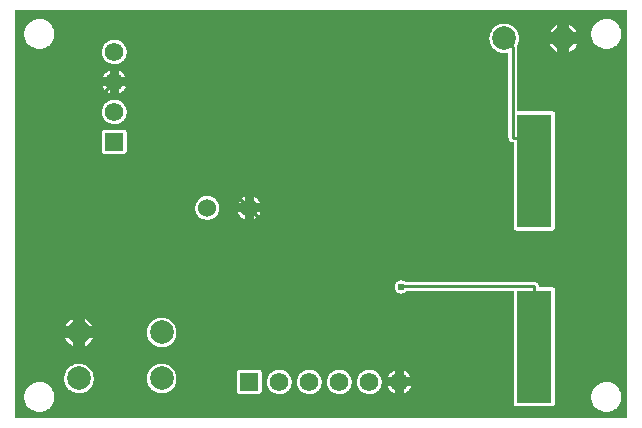
<source format=gbl>
G04 ---------------------------- Layer name :BOTTOM LAYER*
G04 EasyEDA v5.5.15, Tue, 03 Jul 2018 18:31:12 GMT*
G04 565f939dbb094c109ad1478ea9632299*
G04 Gerber Generator version 0.2*
G04 Scale: 100 percent, Rotated: No, Reflected: No *
G04 Dimensions in inches *
G04 leading zeros omitted , absolute positions ,2 integer and 4 decimal *
%FSLAX24Y24*%
%MOIN*%
G90*
G70D02*

%ADD10C,0.010000*%
%ADD12C,0.024000*%
%ADD17C,0.062000*%
%ADD18R,0.062000X0.062000*%
%ADD19C,0.078740*%
%ADD20R,0.118110X0.157480*%
%ADD21R,0.118110X0.236220*%
%ADD22C,0.060000*%

%LPD*%
G36*
G01X0Y0D02*
G01X0Y13600D01*
G01X20400Y13600D01*
G01X20400Y0D01*
G01X0Y0D01*
G37*

%LPC*%
G36*
G01X17816Y12846D02*
G01X18072Y12846D01*
G01X18072Y13102D01*
G01X18065Y13100D01*
G01X18022Y13077D01*
G01X17980Y13050D01*
G01X17942Y13020D01*
G01X17907Y12985D01*
G01X17875Y12948D01*
G01X17847Y12907D01*
G01X17824Y12864D01*
G01X17816Y12846D01*
G37*
G36*
G01X787Y200D02*
G01X837Y201D01*
G01X886Y207D01*
G01X935Y218D01*
G01X982Y234D01*
G01X1028Y255D01*
G01X1071Y279D01*
G01X1111Y309D01*
G01X1149Y342D01*
G01X1183Y378D01*
G01X1213Y418D01*
G01X1239Y460D01*
G01X1260Y505D01*
G01X1277Y552D01*
G01X1290Y600D01*
G01X1297Y650D01*
G01X1300Y700D01*
G01X1297Y749D01*
G01X1290Y799D01*
G01X1277Y847D01*
G01X1260Y894D01*
G01X1239Y939D01*
G01X1213Y981D01*
G01X1183Y1021D01*
G01X1149Y1057D01*
G01X1111Y1090D01*
G01X1071Y1120D01*
G01X1028Y1144D01*
G01X982Y1165D01*
G01X935Y1181D01*
G01X886Y1192D01*
G01X837Y1198D01*
G01X787Y1199D01*
G01X737Y1196D01*
G01X688Y1187D01*
G01X640Y1173D01*
G01X594Y1155D01*
G01X550Y1133D01*
G01X508Y1105D01*
G01X469Y1074D01*
G01X433Y1040D01*
G01X401Y1001D01*
G01X373Y960D01*
G01X349Y916D01*
G01X330Y871D01*
G01X315Y823D01*
G01X305Y774D01*
G01X300Y724D01*
G01X300Y675D01*
G01X305Y625D01*
G01X315Y576D01*
G01X330Y528D01*
G01X349Y483D01*
G01X373Y439D01*
G01X401Y398D01*
G01X433Y359D01*
G01X469Y325D01*
G01X508Y294D01*
G01X550Y266D01*
G01X594Y244D01*
G01X640Y226D01*
G01X688Y212D01*
G01X737Y203D01*
G01X787Y200D01*
G37*
G36*
G01X16710Y378D02*
G01X17890Y378D01*
G01X17895Y378D01*
G01X17899Y378D01*
G01X17903Y378D01*
G01X17907Y379D01*
G01X17911Y380D01*
G01X17915Y381D01*
G01X17919Y382D01*
G01X17923Y383D01*
G01X17927Y384D01*
G01X17931Y386D01*
G01X17934Y388D01*
G01X17938Y390D01*
G01X17942Y392D01*
G01X17945Y394D01*
G01X17949Y396D01*
G01X17952Y399D01*
G01X17955Y401D01*
G01X17958Y404D01*
G01X17961Y407D01*
G01X17964Y410D01*
G01X17967Y413D01*
G01X17969Y416D01*
G01X17972Y419D01*
G01X17974Y423D01*
G01X17976Y426D01*
G01X17978Y430D01*
G01X17980Y434D01*
G01X17982Y437D01*
G01X17984Y441D01*
G01X17985Y445D01*
G01X17986Y449D01*
G01X17987Y453D01*
G01X17988Y457D01*
G01X17989Y461D01*
G01X17990Y465D01*
G01X17990Y469D01*
G01X17990Y473D01*
G01X17990Y478D01*
G01X17990Y4257D01*
G01X17990Y4261D01*
G01X17990Y4265D01*
G01X17990Y4269D01*
G01X17989Y4273D01*
G01X17988Y4277D01*
G01X17987Y4281D01*
G01X17986Y4285D01*
G01X17985Y4289D01*
G01X17984Y4293D01*
G01X17982Y4297D01*
G01X17980Y4300D01*
G01X17978Y4304D01*
G01X17976Y4308D01*
G01X17974Y4311D01*
G01X17972Y4315D01*
G01X17969Y4318D01*
G01X17967Y4321D01*
G01X17964Y4324D01*
G01X17961Y4327D01*
G01X17958Y4330D01*
G01X17955Y4333D01*
G01X17952Y4335D01*
G01X17949Y4338D01*
G01X17945Y4340D01*
G01X17942Y4342D01*
G01X17938Y4344D01*
G01X17934Y4346D01*
G01X17931Y4348D01*
G01X17927Y4350D01*
G01X17923Y4351D01*
G01X17919Y4352D01*
G01X17915Y4353D01*
G01X17911Y4354D01*
G01X17907Y4355D01*
G01X17903Y4356D01*
G01X17899Y4356D01*
G01X17895Y4356D01*
G01X17890Y4357D01*
G01X17451Y4357D01*
G01X17451Y4378D01*
G01X17450Y4379D01*
G01X17450Y4381D01*
G01X17450Y4383D01*
G01X17450Y4385D01*
G01X17450Y4387D01*
G01X17450Y4389D01*
G01X17450Y4391D01*
G01X17450Y4392D01*
G01X17450Y4394D01*
G01X17449Y4396D01*
G01X17449Y4398D01*
G01X17449Y4400D01*
G01X17449Y4402D01*
G01X17448Y4404D01*
G01X17448Y4405D01*
G01X17448Y4407D01*
G01X17447Y4409D01*
G01X17447Y4411D01*
G01X17446Y4413D01*
G01X17446Y4415D01*
G01X17445Y4416D01*
G01X17445Y4418D01*
G01X17444Y4420D01*
G01X17444Y4422D01*
G01X17443Y4424D01*
G01X17443Y4425D01*
G01X17442Y4427D01*
G01X17441Y4429D01*
G01X17441Y4431D01*
G01X17440Y4432D01*
G01X17439Y4434D01*
G01X17439Y4436D01*
G01X17438Y4437D01*
G01X17437Y4439D01*
G01X17436Y4441D01*
G01X17436Y4443D01*
G01X17435Y4444D01*
G01X17434Y4446D01*
G01X17433Y4448D01*
G01X17432Y4449D01*
G01X17431Y4451D01*
G01X17430Y4453D01*
G01X17429Y4454D01*
G01X17428Y4456D01*
G01X17427Y4457D01*
G01X17427Y4459D01*
G01X17426Y4460D01*
G01X17424Y4462D01*
G01X17423Y4464D01*
G01X17422Y4465D01*
G01X17421Y4466D01*
G01X17420Y4468D01*
G01X17419Y4470D01*
G01X17418Y4471D01*
G01X17417Y4472D01*
G01X17415Y4474D01*
G01X17414Y4475D01*
G01X17413Y4477D01*
G01X17412Y4478D01*
G01X17410Y4480D01*
G01X17409Y4481D01*
G01X17408Y4482D01*
G01X17407Y4484D01*
G01X17405Y4485D01*
G01X17404Y4486D01*
G01X17403Y4487D01*
G01X17401Y4489D01*
G01X17400Y4490D01*
G01X17398Y4491D01*
G01X17397Y4492D01*
G01X17395Y4494D01*
G01X17394Y4495D01*
G01X17393Y4496D01*
G01X17391Y4497D01*
G01X17389Y4498D01*
G01X17388Y4499D01*
G01X17387Y4500D01*
G01X17385Y4501D01*
G01X17383Y4503D01*
G01X17382Y4503D01*
G01X17380Y4504D01*
G01X17379Y4505D01*
G01X17377Y4506D01*
G01X17376Y4507D01*
G01X17374Y4508D01*
G01X17372Y4509D01*
G01X17370Y4510D01*
G01X17369Y4511D01*
G01X17367Y4512D01*
G01X17366Y4513D01*
G01X17364Y4513D01*
G01X17362Y4514D01*
G01X17360Y4515D01*
G01X17359Y4516D01*
G01X17357Y4516D01*
G01X17355Y4517D01*
G01X17353Y4518D01*
G01X17352Y4518D01*
G01X17350Y4519D01*
G01X17348Y4520D01*
G01X17347Y4520D01*
G01X17345Y4521D01*
G01X17343Y4521D01*
G01X17341Y4522D01*
G01X17339Y4522D01*
G01X17338Y4523D01*
G01X17336Y4523D01*
G01X17334Y4524D01*
G01X17332Y4524D01*
G01X17330Y4525D01*
G01X17328Y4525D01*
G01X17327Y4525D01*
G01X17325Y4526D01*
G01X17323Y4526D01*
G01X17321Y4526D01*
G01X17319Y4526D01*
G01X17317Y4527D01*
G01X17315Y4527D01*
G01X17314Y4527D01*
G01X17312Y4527D01*
G01X17310Y4527D01*
G01X17308Y4527D01*
G01X17306Y4527D01*
G01X17304Y4527D01*
G01X17302Y4527D01*
G01X17301Y4528D01*
G01X13007Y4528D01*
G01X13002Y4532D01*
G01X12984Y4545D01*
G01X12965Y4556D01*
G01X12945Y4565D01*
G01X12924Y4572D01*
G01X12903Y4577D01*
G01X12881Y4580D01*
G01X12859Y4580D01*
G01X12837Y4579D01*
G01X12816Y4575D01*
G01X12794Y4569D01*
G01X12774Y4561D01*
G01X12755Y4551D01*
G01X12736Y4539D01*
G01X12719Y4525D01*
G01X12703Y4510D01*
G01X12689Y4493D01*
G01X12677Y4475D01*
G01X12666Y4456D01*
G01X12658Y4436D01*
G01X12651Y4415D01*
G01X12647Y4393D01*
G01X12645Y4371D01*
G01X12645Y4350D01*
G01X12647Y4328D01*
G01X12651Y4306D01*
G01X12658Y4285D01*
G01X12666Y4265D01*
G01X12677Y4246D01*
G01X12689Y4228D01*
G01X12703Y4211D01*
G01X12719Y4196D01*
G01X12736Y4182D01*
G01X12755Y4170D01*
G01X12774Y4160D01*
G01X12794Y4152D01*
G01X12816Y4146D01*
G01X12837Y4142D01*
G01X12859Y4141D01*
G01X12881Y4141D01*
G01X12903Y4144D01*
G01X12924Y4149D01*
G01X12945Y4156D01*
G01X12965Y4165D01*
G01X12984Y4176D01*
G01X13002Y4188D01*
G01X13018Y4203D01*
G01X13033Y4219D01*
G01X13039Y4228D01*
G01X16610Y4228D01*
G01X16610Y478D01*
G01X16610Y473D01*
G01X16610Y469D01*
G01X16610Y465D01*
G01X16611Y461D01*
G01X16612Y457D01*
G01X16613Y453D01*
G01X16614Y449D01*
G01X16615Y445D01*
G01X16616Y441D01*
G01X16618Y437D01*
G01X16620Y434D01*
G01X16622Y430D01*
G01X16624Y426D01*
G01X16626Y423D01*
G01X16628Y419D01*
G01X16631Y416D01*
G01X16633Y413D01*
G01X16636Y410D01*
G01X16639Y407D01*
G01X16642Y404D01*
G01X16645Y401D01*
G01X16648Y399D01*
G01X16651Y396D01*
G01X16655Y394D01*
G01X16658Y392D01*
G01X16662Y390D01*
G01X16666Y388D01*
G01X16669Y386D01*
G01X16673Y384D01*
G01X16677Y383D01*
G01X16681Y382D01*
G01X16685Y381D01*
G01X16689Y380D01*
G01X16693Y379D01*
G01X16697Y378D01*
G01X16701Y378D01*
G01X16705Y378D01*
G01X16710Y378D01*
G37*
G36*
G01X7489Y790D02*
G01X8110Y790D01*
G01X8114Y790D01*
G01X8118Y790D01*
G01X8122Y790D01*
G01X8126Y791D01*
G01X8130Y792D01*
G01X8134Y793D01*
G01X8138Y794D01*
G01X8142Y795D01*
G01X8146Y796D01*
G01X8150Y798D01*
G01X8153Y800D01*
G01X8157Y802D01*
G01X8161Y804D01*
G01X8164Y806D01*
G01X8168Y808D01*
G01X8171Y811D01*
G01X8174Y813D01*
G01X8177Y816D01*
G01X8180Y819D01*
G01X8183Y822D01*
G01X8186Y825D01*
G01X8188Y828D01*
G01X8191Y831D01*
G01X8193Y835D01*
G01X8195Y838D01*
G01X8197Y842D01*
G01X8199Y846D01*
G01X8201Y849D01*
G01X8203Y853D01*
G01X8204Y857D01*
G01X8205Y861D01*
G01X8206Y865D01*
G01X8207Y869D01*
G01X8208Y873D01*
G01X8209Y877D01*
G01X8209Y881D01*
G01X8209Y885D01*
G01X8210Y890D01*
G01X8210Y1509D01*
G01X8209Y1514D01*
G01X8209Y1518D01*
G01X8209Y1522D01*
G01X8208Y1526D01*
G01X8207Y1530D01*
G01X8206Y1534D01*
G01X8205Y1538D01*
G01X8204Y1542D01*
G01X8203Y1546D01*
G01X8201Y1550D01*
G01X8199Y1553D01*
G01X8197Y1557D01*
G01X8195Y1561D01*
G01X8193Y1564D01*
G01X8191Y1568D01*
G01X8188Y1571D01*
G01X8186Y1574D01*
G01X8183Y1577D01*
G01X8180Y1580D01*
G01X8177Y1583D01*
G01X8174Y1586D01*
G01X8171Y1588D01*
G01X8168Y1591D01*
G01X8164Y1593D01*
G01X8161Y1595D01*
G01X8157Y1597D01*
G01X8153Y1599D01*
G01X8150Y1601D01*
G01X8146Y1603D01*
G01X8142Y1604D01*
G01X8138Y1605D01*
G01X8134Y1606D01*
G01X8130Y1607D01*
G01X8126Y1608D01*
G01X8122Y1609D01*
G01X8118Y1609D01*
G01X8114Y1609D01*
G01X8110Y1609D01*
G01X7489Y1609D01*
G01X7485Y1609D01*
G01X7481Y1609D01*
G01X7477Y1609D01*
G01X7473Y1608D01*
G01X7469Y1607D01*
G01X7465Y1606D01*
G01X7461Y1605D01*
G01X7457Y1604D01*
G01X7453Y1603D01*
G01X7449Y1601D01*
G01X7446Y1599D01*
G01X7442Y1597D01*
G01X7438Y1595D01*
G01X7435Y1593D01*
G01X7431Y1591D01*
G01X7428Y1588D01*
G01X7425Y1586D01*
G01X7422Y1583D01*
G01X7419Y1580D01*
G01X7416Y1577D01*
G01X7413Y1574D01*
G01X7411Y1571D01*
G01X7408Y1568D01*
G01X7406Y1564D01*
G01X7404Y1561D01*
G01X7402Y1557D01*
G01X7400Y1553D01*
G01X7398Y1550D01*
G01X7396Y1546D01*
G01X7395Y1542D01*
G01X7394Y1538D01*
G01X7393Y1534D01*
G01X7392Y1530D01*
G01X7391Y1526D01*
G01X7390Y1522D01*
G01X7390Y1518D01*
G01X7390Y1514D01*
G01X7389Y1509D01*
G01X7389Y890D01*
G01X7390Y885D01*
G01X7390Y881D01*
G01X7390Y877D01*
G01X7391Y873D01*
G01X7392Y869D01*
G01X7393Y865D01*
G01X7394Y861D01*
G01X7395Y857D01*
G01X7396Y853D01*
G01X7398Y849D01*
G01X7400Y846D01*
G01X7402Y842D01*
G01X7404Y838D01*
G01X7406Y835D01*
G01X7408Y831D01*
G01X7411Y828D01*
G01X7413Y825D01*
G01X7416Y822D01*
G01X7419Y819D01*
G01X7422Y816D01*
G01X7425Y813D01*
G01X7428Y811D01*
G01X7431Y808D01*
G01X7435Y806D01*
G01X7438Y804D01*
G01X7442Y802D01*
G01X7446Y800D01*
G01X7449Y798D01*
G01X7453Y796D01*
G01X7457Y795D01*
G01X7461Y794D01*
G01X7465Y793D01*
G01X7469Y792D01*
G01X7473Y791D01*
G01X7477Y790D01*
G01X7481Y790D01*
G01X7485Y790D01*
G01X7489Y790D01*
G37*
G36*
G01X8789Y790D02*
G01X8830Y791D01*
G01X8871Y796D01*
G01X8911Y805D01*
G01X8949Y818D01*
G01X8987Y835D01*
G01X9022Y855D01*
G01X9055Y879D01*
G01X9086Y906D01*
G01X9114Y936D01*
G01X9138Y969D01*
G01X9160Y1003D01*
G01X9177Y1040D01*
G01X9191Y1079D01*
G01X9201Y1118D01*
G01X9207Y1159D01*
G01X9210Y1200D01*
G01X9207Y1240D01*
G01X9201Y1281D01*
G01X9191Y1320D01*
G01X9177Y1359D01*
G01X9160Y1396D01*
G01X9138Y1430D01*
G01X9114Y1463D01*
G01X9086Y1493D01*
G01X9055Y1520D01*
G01X9022Y1544D01*
G01X8987Y1564D01*
G01X8949Y1581D01*
G01X8911Y1594D01*
G01X8871Y1603D01*
G01X8830Y1608D01*
G01X8789Y1609D01*
G01X8749Y1606D01*
G01X8708Y1599D01*
G01X8669Y1588D01*
G01X8631Y1573D01*
G01X8594Y1555D01*
G01X8560Y1532D01*
G01X8528Y1507D01*
G01X8499Y1478D01*
G01X8473Y1447D01*
G01X8450Y1413D01*
G01X8430Y1377D01*
G01X8414Y1340D01*
G01X8402Y1301D01*
G01X8394Y1261D01*
G01X8390Y1220D01*
G01X8390Y1179D01*
G01X8394Y1138D01*
G01X8402Y1098D01*
G01X8414Y1059D01*
G01X8430Y1022D01*
G01X8450Y986D01*
G01X8473Y952D01*
G01X8499Y921D01*
G01X8528Y892D01*
G01X8560Y867D01*
G01X8594Y844D01*
G01X8631Y826D01*
G01X8669Y811D01*
G01X8708Y800D01*
G01X8749Y793D01*
G01X8789Y790D01*
G37*
G36*
G01X9789Y790D02*
G01X9830Y791D01*
G01X9871Y796D01*
G01X9911Y805D01*
G01X9949Y818D01*
G01X9987Y835D01*
G01X10022Y855D01*
G01X10055Y879D01*
G01X10086Y906D01*
G01X10114Y936D01*
G01X10138Y969D01*
G01X10160Y1003D01*
G01X10177Y1040D01*
G01X10191Y1079D01*
G01X10201Y1118D01*
G01X10207Y1159D01*
G01X10210Y1200D01*
G01X10207Y1240D01*
G01X10201Y1281D01*
G01X10191Y1320D01*
G01X10177Y1359D01*
G01X10160Y1396D01*
G01X10138Y1430D01*
G01X10114Y1463D01*
G01X10086Y1493D01*
G01X10055Y1520D01*
G01X10022Y1544D01*
G01X9987Y1564D01*
G01X9949Y1581D01*
G01X9911Y1594D01*
G01X9871Y1603D01*
G01X9830Y1608D01*
G01X9789Y1609D01*
G01X9749Y1606D01*
G01X9708Y1599D01*
G01X9669Y1588D01*
G01X9631Y1573D01*
G01X9594Y1555D01*
G01X9560Y1532D01*
G01X9528Y1507D01*
G01X9499Y1478D01*
G01X9473Y1447D01*
G01X9450Y1413D01*
G01X9430Y1377D01*
G01X9414Y1340D01*
G01X9402Y1301D01*
G01X9394Y1261D01*
G01X9390Y1220D01*
G01X9390Y1179D01*
G01X9394Y1138D01*
G01X9402Y1098D01*
G01X9414Y1059D01*
G01X9430Y1022D01*
G01X9450Y986D01*
G01X9473Y952D01*
G01X9499Y921D01*
G01X9528Y892D01*
G01X9560Y867D01*
G01X9594Y844D01*
G01X9631Y826D01*
G01X9669Y811D01*
G01X9708Y800D01*
G01X9749Y793D01*
G01X9789Y790D01*
G37*
G36*
G01X10789Y790D02*
G01X10830Y791D01*
G01X10871Y796D01*
G01X10911Y805D01*
G01X10949Y818D01*
G01X10987Y835D01*
G01X11022Y855D01*
G01X11055Y879D01*
G01X11086Y906D01*
G01X11114Y936D01*
G01X11138Y969D01*
G01X11160Y1003D01*
G01X11177Y1040D01*
G01X11191Y1079D01*
G01X11201Y1118D01*
G01X11207Y1159D01*
G01X11210Y1200D01*
G01X11207Y1240D01*
G01X11201Y1281D01*
G01X11191Y1320D01*
G01X11177Y1359D01*
G01X11160Y1396D01*
G01X11138Y1430D01*
G01X11114Y1463D01*
G01X11086Y1493D01*
G01X11055Y1520D01*
G01X11022Y1544D01*
G01X10987Y1564D01*
G01X10949Y1581D01*
G01X10911Y1594D01*
G01X10871Y1603D01*
G01X10830Y1608D01*
G01X10789Y1609D01*
G01X10749Y1606D01*
G01X10708Y1599D01*
G01X10669Y1588D01*
G01X10631Y1573D01*
G01X10594Y1555D01*
G01X10560Y1532D01*
G01X10528Y1507D01*
G01X10499Y1478D01*
G01X10473Y1447D01*
G01X10450Y1413D01*
G01X10430Y1377D01*
G01X10414Y1340D01*
G01X10402Y1301D01*
G01X10394Y1261D01*
G01X10390Y1220D01*
G01X10390Y1179D01*
G01X10394Y1138D01*
G01X10402Y1098D01*
G01X10414Y1059D01*
G01X10430Y1022D01*
G01X10450Y986D01*
G01X10473Y952D01*
G01X10499Y921D01*
G01X10528Y892D01*
G01X10560Y867D01*
G01X10594Y844D01*
G01X10631Y826D01*
G01X10669Y811D01*
G01X10708Y800D01*
G01X10749Y793D01*
G01X10789Y790D01*
G37*
G36*
G01X11789Y790D02*
G01X11830Y791D01*
G01X11871Y796D01*
G01X11911Y805D01*
G01X11949Y818D01*
G01X11987Y835D01*
G01X12022Y855D01*
G01X12055Y879D01*
G01X12086Y906D01*
G01X12114Y936D01*
G01X12138Y969D01*
G01X12160Y1003D01*
G01X12177Y1040D01*
G01X12191Y1079D01*
G01X12201Y1118D01*
G01X12207Y1159D01*
G01X12210Y1200D01*
G01X12207Y1240D01*
G01X12201Y1281D01*
G01X12191Y1320D01*
G01X12177Y1359D01*
G01X12160Y1396D01*
G01X12138Y1430D01*
G01X12114Y1463D01*
G01X12086Y1493D01*
G01X12055Y1520D01*
G01X12022Y1544D01*
G01X11987Y1564D01*
G01X11949Y1581D01*
G01X11911Y1594D01*
G01X11871Y1603D01*
G01X11830Y1608D01*
G01X11789Y1609D01*
G01X11749Y1606D01*
G01X11708Y1599D01*
G01X11669Y1588D01*
G01X11631Y1573D01*
G01X11594Y1555D01*
G01X11560Y1532D01*
G01X11528Y1507D01*
G01X11499Y1478D01*
G01X11473Y1447D01*
G01X11450Y1413D01*
G01X11430Y1377D01*
G01X11414Y1340D01*
G01X11402Y1301D01*
G01X11394Y1261D01*
G01X11390Y1220D01*
G01X11390Y1179D01*
G01X11394Y1138D01*
G01X11402Y1098D01*
G01X11414Y1059D01*
G01X11430Y1022D01*
G01X11450Y986D01*
G01X11473Y952D01*
G01X11499Y921D01*
G01X11528Y892D01*
G01X11560Y867D01*
G01X11594Y844D01*
G01X11631Y826D01*
G01X11669Y811D01*
G01X11708Y800D01*
G01X11749Y793D01*
G01X11789Y790D01*
G37*
G36*
G01X4865Y818D02*
G01X4914Y819D01*
G01X4963Y825D01*
G01X5011Y836D01*
G01X5058Y852D01*
G01X5103Y872D01*
G01X5145Y897D01*
G01X5185Y926D01*
G01X5222Y958D01*
G01X5256Y994D01*
G01X5285Y1033D01*
G01X5311Y1075D01*
G01X5332Y1120D01*
G01X5349Y1166D01*
G01X5361Y1214D01*
G01X5369Y1262D01*
G01X5371Y1311D01*
G01X5369Y1361D01*
G01X5361Y1409D01*
G01X5349Y1457D01*
G01X5332Y1503D01*
G01X5311Y1548D01*
G01X5285Y1590D01*
G01X5256Y1629D01*
G01X5222Y1665D01*
G01X5185Y1697D01*
G01X5145Y1726D01*
G01X5103Y1751D01*
G01X5058Y1771D01*
G01X5011Y1787D01*
G01X4963Y1798D01*
G01X4914Y1804D01*
G01X4865Y1805D01*
G01X4816Y1801D01*
G01X4768Y1793D01*
G01X4720Y1779D01*
G01X4674Y1762D01*
G01X4631Y1739D01*
G01X4589Y1712D01*
G01X4551Y1682D01*
G01X4516Y1647D01*
G01X4484Y1610D01*
G01X4456Y1569D01*
G01X4433Y1526D01*
G01X4414Y1480D01*
G01X4399Y1433D01*
G01X4389Y1385D01*
G01X4384Y1336D01*
G01X4384Y1287D01*
G01X4389Y1238D01*
G01X4399Y1190D01*
G01X4414Y1143D01*
G01X4433Y1097D01*
G01X4456Y1054D01*
G01X4484Y1013D01*
G01X4516Y976D01*
G01X4551Y941D01*
G01X4589Y911D01*
G01X4631Y884D01*
G01X4674Y861D01*
G01X4720Y844D01*
G01X4768Y830D01*
G01X4816Y822D01*
G01X4865Y818D01*
G37*
G36*
G01X2109Y818D02*
G01X2158Y819D01*
G01X2207Y825D01*
G01X2255Y836D01*
G01X2302Y852D01*
G01X2347Y872D01*
G01X2389Y897D01*
G01X2429Y926D01*
G01X2466Y958D01*
G01X2500Y994D01*
G01X2529Y1033D01*
G01X2555Y1075D01*
G01X2576Y1120D01*
G01X2593Y1166D01*
G01X2605Y1214D01*
G01X2613Y1262D01*
G01X2615Y1311D01*
G01X2613Y1361D01*
G01X2605Y1409D01*
G01X2593Y1457D01*
G01X2576Y1503D01*
G01X2555Y1548D01*
G01X2529Y1590D01*
G01X2500Y1629D01*
G01X2466Y1665D01*
G01X2429Y1697D01*
G01X2389Y1726D01*
G01X2347Y1751D01*
G01X2302Y1771D01*
G01X2255Y1787D01*
G01X2207Y1798D01*
G01X2158Y1804D01*
G01X2109Y1805D01*
G01X2060Y1801D01*
G01X2012Y1793D01*
G01X1964Y1779D01*
G01X1918Y1762D01*
G01X1875Y1739D01*
G01X1833Y1712D01*
G01X1795Y1682D01*
G01X1760Y1647D01*
G01X1728Y1610D01*
G01X1700Y1569D01*
G01X1677Y1526D01*
G01X1658Y1480D01*
G01X1643Y1433D01*
G01X1633Y1385D01*
G01X1628Y1336D01*
G01X1628Y1287D01*
G01X1633Y1238D01*
G01X1643Y1190D01*
G01X1658Y1143D01*
G01X1677Y1097D01*
G01X1700Y1054D01*
G01X1728Y1013D01*
G01X1760Y976D01*
G01X1795Y941D01*
G01X1833Y911D01*
G01X1875Y884D01*
G01X1918Y861D01*
G01X1964Y844D01*
G01X2012Y830D01*
G01X2060Y822D01*
G01X2109Y818D01*
G37*
G36*
G01X12955Y820D02*
G01X12987Y835D01*
G01X13022Y855D01*
G01X13055Y879D01*
G01X13086Y906D01*
G01X13114Y936D01*
G01X13138Y969D01*
G01X13160Y1003D01*
G01X13177Y1040D01*
G01X13179Y1044D01*
G01X12955Y1044D01*
G01X12955Y820D01*
G37*
G36*
G01X12644Y820D02*
G01X12644Y1044D01*
G01X12420Y1044D01*
G01X12430Y1022D01*
G01X12450Y986D01*
G01X12473Y952D01*
G01X12499Y921D01*
G01X12528Y892D01*
G01X12560Y867D01*
G01X12594Y844D01*
G01X12631Y826D01*
G01X12644Y820D01*
G37*
G36*
G01X12955Y1355D02*
G01X13179Y1355D01*
G01X13177Y1359D01*
G01X13160Y1396D01*
G01X13138Y1430D01*
G01X13114Y1463D01*
G01X13086Y1493D01*
G01X13055Y1520D01*
G01X13022Y1544D01*
G01X12987Y1564D01*
G01X12955Y1579D01*
G01X12955Y1355D01*
G37*
G36*
G01X12420Y1355D02*
G01X12644Y1355D01*
G01X12644Y1579D01*
G01X12631Y1573D01*
G01X12594Y1555D01*
G01X12560Y1532D01*
G01X12528Y1507D01*
G01X12499Y1478D01*
G01X12473Y1447D01*
G01X12450Y1413D01*
G01X12430Y1377D01*
G01X12420Y1355D01*
G37*
G36*
G01X4865Y2355D02*
G01X4914Y2356D01*
G01X4963Y2362D01*
G01X5011Y2373D01*
G01X5058Y2389D01*
G01X5103Y2409D01*
G01X5145Y2434D01*
G01X5185Y2463D01*
G01X5222Y2495D01*
G01X5256Y2531D01*
G01X5285Y2570D01*
G01X5311Y2612D01*
G01X5332Y2657D01*
G01X5349Y2703D01*
G01X5361Y2751D01*
G01X5369Y2799D01*
G01X5371Y2848D01*
G01X5369Y2898D01*
G01X5361Y2946D01*
G01X5349Y2994D01*
G01X5332Y3040D01*
G01X5311Y3085D01*
G01X5285Y3127D01*
G01X5256Y3166D01*
G01X5222Y3202D01*
G01X5185Y3234D01*
G01X5145Y3263D01*
G01X5103Y3288D01*
G01X5058Y3308D01*
G01X5011Y3324D01*
G01X4963Y3335D01*
G01X4914Y3341D01*
G01X4865Y3342D01*
G01X4816Y3338D01*
G01X4768Y3330D01*
G01X4720Y3316D01*
G01X4674Y3299D01*
G01X4631Y3276D01*
G01X4589Y3249D01*
G01X4551Y3219D01*
G01X4516Y3184D01*
G01X4484Y3147D01*
G01X4456Y3106D01*
G01X4433Y3063D01*
G01X4414Y3017D01*
G01X4399Y2970D01*
G01X4389Y2922D01*
G01X4384Y2873D01*
G01X4384Y2824D01*
G01X4389Y2775D01*
G01X4399Y2727D01*
G01X4414Y2680D01*
G01X4433Y2634D01*
G01X4456Y2591D01*
G01X4484Y2550D01*
G01X4516Y2513D01*
G01X4551Y2478D01*
G01X4589Y2448D01*
G01X4631Y2421D01*
G01X4674Y2398D01*
G01X4720Y2381D01*
G01X4768Y2367D01*
G01X4816Y2359D01*
G01X4865Y2355D01*
G37*
G36*
G01X1925Y2396D02*
G01X1925Y2652D01*
G01X1669Y2652D01*
G01X1677Y2634D01*
G01X1700Y2591D01*
G01X1728Y2550D01*
G01X1760Y2513D01*
G01X1795Y2478D01*
G01X1833Y2448D01*
G01X1875Y2421D01*
G01X1918Y2398D01*
G01X1925Y2396D01*
G37*
G36*
G01X2318Y2396D02*
G01X2347Y2409D01*
G01X2389Y2434D01*
G01X2429Y2463D01*
G01X2466Y2495D01*
G01X2500Y2531D01*
G01X2529Y2570D01*
G01X2555Y2612D01*
G01X2574Y2652D01*
G01X2318Y2652D01*
G01X2318Y2396D01*
G37*
G36*
G01X2318Y3045D02*
G01X2574Y3045D01*
G01X2555Y3085D01*
G01X2529Y3127D01*
G01X2500Y3166D01*
G01X2466Y3202D01*
G01X2429Y3234D01*
G01X2389Y3263D01*
G01X2347Y3288D01*
G01X2318Y3301D01*
G01X2318Y3045D01*
G37*
G36*
G01X1669Y3045D02*
G01X1925Y3045D01*
G01X1925Y3301D01*
G01X1918Y3299D01*
G01X1875Y3276D01*
G01X1833Y3249D01*
G01X1795Y3219D01*
G01X1760Y3184D01*
G01X1728Y3147D01*
G01X1700Y3106D01*
G01X1677Y3063D01*
G01X1669Y3045D01*
G37*
G36*
G01X18465Y12846D02*
G01X18721Y12846D01*
G01X18702Y12886D01*
G01X18676Y12928D01*
G01X18647Y12967D01*
G01X18613Y13003D01*
G01X18576Y13035D01*
G01X18536Y13064D01*
G01X18494Y13089D01*
G01X18465Y13102D01*
G01X18465Y12846D01*
G37*
G36*
G01X787Y12300D02*
G01X837Y12301D01*
G01X886Y12307D01*
G01X935Y12318D01*
G01X982Y12334D01*
G01X1028Y12355D01*
G01X1071Y12379D01*
G01X1111Y12409D01*
G01X1149Y12442D01*
G01X1183Y12478D01*
G01X1213Y12518D01*
G01X1239Y12560D01*
G01X1260Y12605D01*
G01X1277Y12652D01*
G01X1290Y12700D01*
G01X1297Y12750D01*
G01X1300Y12800D01*
G01X1297Y12849D01*
G01X1290Y12899D01*
G01X1277Y12947D01*
G01X1260Y12994D01*
G01X1239Y13039D01*
G01X1213Y13081D01*
G01X1183Y13121D01*
G01X1149Y13157D01*
G01X1111Y13190D01*
G01X1071Y13220D01*
G01X1028Y13244D01*
G01X982Y13265D01*
G01X935Y13281D01*
G01X886Y13292D01*
G01X837Y13298D01*
G01X787Y13299D01*
G01X737Y13296D01*
G01X688Y13287D01*
G01X640Y13273D01*
G01X594Y13255D01*
G01X550Y13233D01*
G01X508Y13205D01*
G01X469Y13174D01*
G01X433Y13140D01*
G01X401Y13101D01*
G01X373Y13060D01*
G01X349Y13016D01*
G01X330Y12971D01*
G01X315Y12923D01*
G01X305Y12874D01*
G01X300Y12824D01*
G01X300Y12775D01*
G01X305Y12725D01*
G01X315Y12676D01*
G01X330Y12628D01*
G01X349Y12583D01*
G01X373Y12539D01*
G01X401Y12498D01*
G01X433Y12459D01*
G01X469Y12425D01*
G01X508Y12394D01*
G01X550Y12366D01*
G01X594Y12344D01*
G01X640Y12326D01*
G01X688Y12312D01*
G01X737Y12303D01*
G01X787Y12300D01*
G37*
G36*
G01X19687Y12300D02*
G01X19737Y12301D01*
G01X19786Y12307D01*
G01X19835Y12318D01*
G01X19882Y12334D01*
G01X19928Y12355D01*
G01X19971Y12379D01*
G01X20011Y12409D01*
G01X20049Y12442D01*
G01X20083Y12478D01*
G01X20113Y12518D01*
G01X20139Y12560D01*
G01X20160Y12605D01*
G01X20177Y12652D01*
G01X20190Y12700D01*
G01X20197Y12750D01*
G01X20200Y12800D01*
G01X20197Y12849D01*
G01X20190Y12899D01*
G01X20177Y12947D01*
G01X20160Y12994D01*
G01X20139Y13039D01*
G01X20113Y13081D01*
G01X20083Y13121D01*
G01X20049Y13157D01*
G01X20011Y13190D01*
G01X19971Y13220D01*
G01X19928Y13244D01*
G01X19882Y13265D01*
G01X19835Y13281D01*
G01X19786Y13292D01*
G01X19737Y13298D01*
G01X19687Y13299D01*
G01X19637Y13296D01*
G01X19588Y13287D01*
G01X19540Y13273D01*
G01X19494Y13255D01*
G01X19450Y13233D01*
G01X19408Y13205D01*
G01X19369Y13174D01*
G01X19333Y13140D01*
G01X19301Y13101D01*
G01X19273Y13060D01*
G01X19249Y13016D01*
G01X19230Y12971D01*
G01X19215Y12923D01*
G01X19205Y12874D01*
G01X19200Y12824D01*
G01X19200Y12775D01*
G01X19205Y12725D01*
G01X19215Y12676D01*
G01X19230Y12628D01*
G01X19249Y12583D01*
G01X19273Y12539D01*
G01X19301Y12498D01*
G01X19333Y12459D01*
G01X19369Y12425D01*
G01X19408Y12394D01*
G01X19450Y12366D01*
G01X19494Y12344D01*
G01X19540Y12326D01*
G01X19588Y12312D01*
G01X19637Y12303D01*
G01X19687Y12300D01*
G37*
G36*
G01X19687Y200D02*
G01X19737Y201D01*
G01X19786Y207D01*
G01X19835Y218D01*
G01X19882Y234D01*
G01X19928Y255D01*
G01X19971Y279D01*
G01X20011Y309D01*
G01X20049Y342D01*
G01X20083Y378D01*
G01X20113Y418D01*
G01X20139Y460D01*
G01X20160Y505D01*
G01X20177Y552D01*
G01X20190Y600D01*
G01X20197Y650D01*
G01X20200Y700D01*
G01X20197Y749D01*
G01X20190Y799D01*
G01X20177Y847D01*
G01X20160Y894D01*
G01X20139Y939D01*
G01X20113Y981D01*
G01X20083Y1021D01*
G01X20049Y1057D01*
G01X20011Y1090D01*
G01X19971Y1120D01*
G01X19928Y1144D01*
G01X19882Y1165D01*
G01X19835Y1181D01*
G01X19786Y1192D01*
G01X19737Y1198D01*
G01X19687Y1199D01*
G01X19637Y1196D01*
G01X19588Y1187D01*
G01X19540Y1173D01*
G01X19494Y1155D01*
G01X19450Y1133D01*
G01X19408Y1105D01*
G01X19369Y1074D01*
G01X19333Y1040D01*
G01X19301Y1001D01*
G01X19273Y960D01*
G01X19249Y916D01*
G01X19230Y871D01*
G01X19215Y823D01*
G01X19205Y774D01*
G01X19200Y724D01*
G01X19200Y675D01*
G01X19205Y625D01*
G01X19215Y576D01*
G01X19230Y528D01*
G01X19249Y483D01*
G01X19273Y439D01*
G01X19301Y398D01*
G01X19333Y359D01*
G01X19369Y325D01*
G01X19408Y294D01*
G01X19450Y266D01*
G01X19494Y244D01*
G01X19540Y226D01*
G01X19588Y212D01*
G01X19637Y203D01*
G01X19687Y200D01*
G37*
G36*
G01X16710Y6242D02*
G01X17890Y6242D01*
G01X17895Y6243D01*
G01X17899Y6243D01*
G01X17903Y6243D01*
G01X17907Y6244D01*
G01X17911Y6245D01*
G01X17915Y6246D01*
G01X17919Y6247D01*
G01X17923Y6248D01*
G01X17927Y6249D01*
G01X17931Y6251D01*
G01X17934Y6253D01*
G01X17938Y6255D01*
G01X17942Y6257D01*
G01X17945Y6259D01*
G01X17949Y6261D01*
G01X17952Y6264D01*
G01X17955Y6266D01*
G01X17958Y6269D01*
G01X17961Y6272D01*
G01X17964Y6275D01*
G01X17967Y6278D01*
G01X17969Y6281D01*
G01X17972Y6284D01*
G01X17974Y6288D01*
G01X17976Y6291D01*
G01X17978Y6295D01*
G01X17980Y6299D01*
G01X17982Y6302D01*
G01X17984Y6306D01*
G01X17985Y6310D01*
G01X17986Y6314D01*
G01X17987Y6318D01*
G01X17988Y6322D01*
G01X17989Y6326D01*
G01X17990Y6330D01*
G01X17990Y6334D01*
G01X17990Y6338D01*
G01X17990Y6342D01*
G01X17990Y10123D01*
G01X17990Y10127D01*
G01X17990Y10131D01*
G01X17990Y10135D01*
G01X17989Y10139D01*
G01X17988Y10143D01*
G01X17987Y10147D01*
G01X17986Y10151D01*
G01X17985Y10155D01*
G01X17984Y10159D01*
G01X17982Y10163D01*
G01X17980Y10166D01*
G01X17978Y10170D01*
G01X17976Y10174D01*
G01X17974Y10177D01*
G01X17972Y10181D01*
G01X17969Y10184D01*
G01X17967Y10187D01*
G01X17964Y10190D01*
G01X17961Y10193D01*
G01X17958Y10196D01*
G01X17955Y10199D01*
G01X17952Y10201D01*
G01X17949Y10204D01*
G01X17945Y10206D01*
G01X17942Y10208D01*
G01X17938Y10210D01*
G01X17934Y10212D01*
G01X17931Y10214D01*
G01X17927Y10216D01*
G01X17923Y10217D01*
G01X17919Y10218D01*
G01X17915Y10219D01*
G01X17911Y10220D01*
G01X17907Y10221D01*
G01X17903Y10222D01*
G01X17899Y10222D01*
G01X17895Y10222D01*
G01X17890Y10223D01*
G01X16739Y10223D01*
G01X16739Y12361D01*
G01X16738Y12366D01*
G01X16738Y12371D01*
G01X16738Y12376D01*
G01X16737Y12381D01*
G01X16736Y12386D01*
G01X16735Y12391D01*
G01X16734Y12396D01*
G01X16733Y12401D01*
G01X16731Y12406D01*
G01X16730Y12409D01*
G01X16733Y12413D01*
G01X16754Y12458D01*
G01X16771Y12504D01*
G01X16783Y12552D01*
G01X16791Y12600D01*
G01X16793Y12650D01*
G01X16791Y12699D01*
G01X16783Y12747D01*
G01X16771Y12795D01*
G01X16754Y12841D01*
G01X16733Y12886D01*
G01X16707Y12928D01*
G01X16678Y12967D01*
G01X16644Y13003D01*
G01X16607Y13035D01*
G01X16567Y13064D01*
G01X16525Y13089D01*
G01X16480Y13109D01*
G01X16433Y13125D01*
G01X16385Y13136D01*
G01X16336Y13142D01*
G01X16287Y13143D01*
G01X16238Y13139D01*
G01X16190Y13131D01*
G01X16142Y13117D01*
G01X16096Y13100D01*
G01X16053Y13077D01*
G01X16011Y13050D01*
G01X15973Y13020D01*
G01X15938Y12985D01*
G01X15906Y12948D01*
G01X15878Y12907D01*
G01X15855Y12864D01*
G01X15836Y12818D01*
G01X15821Y12771D01*
G01X15811Y12723D01*
G01X15806Y12674D01*
G01X15806Y12625D01*
G01X15811Y12576D01*
G01X15821Y12528D01*
G01X15836Y12481D01*
G01X15855Y12435D01*
G01X15878Y12392D01*
G01X15906Y12351D01*
G01X15938Y12314D01*
G01X15973Y12279D01*
G01X16011Y12249D01*
G01X16053Y12222D01*
G01X16096Y12199D01*
G01X16142Y12182D01*
G01X16190Y12168D01*
G01X16238Y12160D01*
G01X16287Y12156D01*
G01X16336Y12157D01*
G01X16385Y12163D01*
G01X16433Y12174D01*
G01X16439Y12176D01*
G01X16439Y9334D01*
G01X16439Y9333D01*
G01X16439Y9331D01*
G01X16439Y9329D01*
G01X16439Y9327D01*
G01X16439Y9325D01*
G01X16439Y9323D01*
G01X16439Y9321D01*
G01X16439Y9320D01*
G01X16439Y9318D01*
G01X16440Y9316D01*
G01X16440Y9314D01*
G01X16440Y9312D01*
G01X16440Y9310D01*
G01X16441Y9308D01*
G01X16441Y9307D01*
G01X16441Y9305D01*
G01X16442Y9303D01*
G01X16442Y9301D01*
G01X16443Y9299D01*
G01X16443Y9297D01*
G01X16444Y9296D01*
G01X16444Y9294D01*
G01X16445Y9292D01*
G01X16445Y9290D01*
G01X16446Y9288D01*
G01X16446Y9287D01*
G01X16447Y9285D01*
G01X16448Y9283D01*
G01X16448Y9282D01*
G01X16449Y9280D01*
G01X16450Y9278D01*
G01X16450Y9276D01*
G01X16451Y9275D01*
G01X16452Y9273D01*
G01X16453Y9271D01*
G01X16453Y9269D01*
G01X16454Y9268D01*
G01X16455Y9266D01*
G01X16456Y9264D01*
G01X16457Y9263D01*
G01X16458Y9261D01*
G01X16459Y9259D01*
G01X16460Y9258D01*
G01X16461Y9256D01*
G01X16462Y9255D01*
G01X16463Y9253D01*
G01X16463Y9252D01*
G01X16465Y9250D01*
G01X16466Y9248D01*
G01X16467Y9247D01*
G01X16468Y9246D01*
G01X16469Y9244D01*
G01X16470Y9242D01*
G01X16471Y9241D01*
G01X16472Y9240D01*
G01X16474Y9238D01*
G01X16475Y9237D01*
G01X16476Y9235D01*
G01X16477Y9234D01*
G01X16479Y9232D01*
G01X16480Y9231D01*
G01X16481Y9230D01*
G01X16482Y9228D01*
G01X16484Y9227D01*
G01X16485Y9226D01*
G01X16486Y9225D01*
G01X16488Y9223D01*
G01X16489Y9222D01*
G01X16491Y9221D01*
G01X16492Y9220D01*
G01X16494Y9218D01*
G01X16495Y9217D01*
G01X16496Y9216D01*
G01X16498Y9215D01*
G01X16500Y9214D01*
G01X16501Y9213D01*
G01X16502Y9212D01*
G01X16504Y9211D01*
G01X16506Y9209D01*
G01X16507Y9209D01*
G01X16509Y9208D01*
G01X16510Y9207D01*
G01X16512Y9206D01*
G01X16514Y9205D01*
G01X16515Y9204D01*
G01X16517Y9203D01*
G01X16518Y9202D01*
G01X16520Y9201D01*
G01X16522Y9200D01*
G01X16523Y9199D01*
G01X16525Y9199D01*
G01X16527Y9198D01*
G01X16529Y9197D01*
G01X16530Y9196D01*
G01X16532Y9196D01*
G01X16534Y9195D01*
G01X16536Y9194D01*
G01X16537Y9194D01*
G01X16539Y9193D01*
G01X16541Y9192D01*
G01X16542Y9192D01*
G01X16544Y9191D01*
G01X16546Y9191D01*
G01X16548Y9190D01*
G01X16550Y9190D01*
G01X16551Y9189D01*
G01X16553Y9189D01*
G01X16555Y9188D01*
G01X16557Y9188D01*
G01X16559Y9187D01*
G01X16561Y9187D01*
G01X16562Y9187D01*
G01X16564Y9186D01*
G01X16566Y9186D01*
G01X16568Y9186D01*
G01X16570Y9186D01*
G01X16572Y9185D01*
G01X16574Y9185D01*
G01X16575Y9185D01*
G01X16577Y9185D01*
G01X16579Y9185D01*
G01X16581Y9185D01*
G01X16583Y9185D01*
G01X16585Y9185D01*
G01X16587Y9185D01*
G01X16589Y9184D01*
G01X16610Y9184D01*
G01X16610Y6342D01*
G01X16610Y6338D01*
G01X16610Y6334D01*
G01X16610Y6330D01*
G01X16611Y6326D01*
G01X16612Y6322D01*
G01X16613Y6318D01*
G01X16614Y6314D01*
G01X16615Y6310D01*
G01X16616Y6306D01*
G01X16618Y6302D01*
G01X16620Y6299D01*
G01X16622Y6295D01*
G01X16624Y6291D01*
G01X16626Y6288D01*
G01X16628Y6284D01*
G01X16631Y6281D01*
G01X16633Y6278D01*
G01X16636Y6275D01*
G01X16639Y6272D01*
G01X16642Y6269D01*
G01X16645Y6266D01*
G01X16648Y6264D01*
G01X16651Y6261D01*
G01X16655Y6259D01*
G01X16658Y6257D01*
G01X16662Y6255D01*
G01X16666Y6253D01*
G01X16669Y6251D01*
G01X16673Y6249D01*
G01X16677Y6248D01*
G01X16681Y6247D01*
G01X16685Y6246D01*
G01X16689Y6245D01*
G01X16693Y6244D01*
G01X16697Y6243D01*
G01X16701Y6243D01*
G01X16705Y6243D01*
G01X16710Y6242D01*
G37*
G36*
G01X6390Y6600D02*
G01X6429Y6601D01*
G01X6469Y6606D01*
G01X6508Y6614D01*
G01X6546Y6627D01*
G01X6582Y6644D01*
G01X6617Y6663D01*
G01X6649Y6687D01*
G01X6679Y6713D01*
G01X6706Y6742D01*
G01X6730Y6774D01*
G01X6751Y6808D01*
G01X6768Y6844D01*
G01X6782Y6882D01*
G01X6792Y6920D01*
G01X6798Y6960D01*
G01X6800Y7000D01*
G01X6798Y7039D01*
G01X6792Y7079D01*
G01X6782Y7117D01*
G01X6768Y7155D01*
G01X6751Y7191D01*
G01X6730Y7225D01*
G01X6706Y7257D01*
G01X6679Y7286D01*
G01X6649Y7312D01*
G01X6617Y7336D01*
G01X6582Y7355D01*
G01X6546Y7372D01*
G01X6508Y7385D01*
G01X6469Y7393D01*
G01X6429Y7398D01*
G01X6390Y7399D01*
G01X6350Y7396D01*
G01X6310Y7389D01*
G01X6272Y7379D01*
G01X6235Y7364D01*
G01X6200Y7346D01*
G01X6166Y7324D01*
G01X6135Y7299D01*
G01X6106Y7272D01*
G01X6081Y7241D01*
G01X6058Y7208D01*
G01X6039Y7173D01*
G01X6024Y7136D01*
G01X6012Y7098D01*
G01X6004Y7059D01*
G01X6000Y7019D01*
G01X6000Y6980D01*
G01X6004Y6940D01*
G01X6012Y6901D01*
G01X6024Y6863D01*
G01X6039Y6826D01*
G01X6058Y6791D01*
G01X6081Y6758D01*
G01X6106Y6727D01*
G01X6135Y6700D01*
G01X6166Y6675D01*
G01X6200Y6653D01*
G01X6235Y6635D01*
G01X6272Y6620D01*
G01X6310Y6610D01*
G01X6350Y6603D01*
G01X6390Y6600D01*
G37*
G36*
G01X7950Y6629D02*
G01X7982Y6644D01*
G01X8017Y6663D01*
G01X8049Y6687D01*
G01X8079Y6713D01*
G01X8106Y6742D01*
G01X8130Y6774D01*
G01X8151Y6808D01*
G01X8168Y6844D01*
G01X8170Y6850D01*
G01X7950Y6850D01*
G01X7950Y6629D01*
G37*
G36*
G01X7650Y6629D02*
G01X7650Y6850D01*
G01X7429Y6850D01*
G01X7439Y6826D01*
G01X7458Y6791D01*
G01X7481Y6758D01*
G01X7506Y6727D01*
G01X7535Y6700D01*
G01X7566Y6675D01*
G01X7600Y6653D01*
G01X7635Y6635D01*
G01X7650Y6629D01*
G37*
G36*
G01X7950Y7150D02*
G01X8170Y7150D01*
G01X8168Y7155D01*
G01X8151Y7191D01*
G01X8130Y7225D01*
G01X8106Y7257D01*
G01X8079Y7286D01*
G01X8049Y7312D01*
G01X8017Y7336D01*
G01X7982Y7355D01*
G01X7950Y7370D01*
G01X7950Y7150D01*
G37*
G36*
G01X7429Y7150D02*
G01X7650Y7150D01*
G01X7650Y7370D01*
G01X7635Y7364D01*
G01X7600Y7346D01*
G01X7566Y7324D01*
G01X7535Y7299D01*
G01X7506Y7272D01*
G01X7481Y7241D01*
G01X7458Y7208D01*
G01X7439Y7173D01*
G01X7429Y7150D01*
G37*
G36*
G01X2990Y8790D02*
G01X3609Y8790D01*
G01X3614Y8790D01*
G01X3618Y8790D01*
G01X3622Y8790D01*
G01X3626Y8791D01*
G01X3630Y8792D01*
G01X3634Y8793D01*
G01X3638Y8794D01*
G01X3642Y8795D01*
G01X3646Y8796D01*
G01X3650Y8798D01*
G01X3653Y8800D01*
G01X3657Y8802D01*
G01X3661Y8804D01*
G01X3664Y8806D01*
G01X3668Y8808D01*
G01X3671Y8811D01*
G01X3674Y8813D01*
G01X3677Y8816D01*
G01X3680Y8819D01*
G01X3683Y8822D01*
G01X3686Y8825D01*
G01X3688Y8828D01*
G01X3691Y8831D01*
G01X3693Y8835D01*
G01X3695Y8838D01*
G01X3697Y8842D01*
G01X3699Y8846D01*
G01X3701Y8849D01*
G01X3703Y8853D01*
G01X3704Y8857D01*
G01X3705Y8861D01*
G01X3706Y8865D01*
G01X3707Y8869D01*
G01X3708Y8873D01*
G01X3709Y8877D01*
G01X3709Y8881D01*
G01X3709Y8885D01*
G01X3709Y8890D01*
G01X3709Y9509D01*
G01X3709Y9514D01*
G01X3709Y9518D01*
G01X3709Y9522D01*
G01X3708Y9526D01*
G01X3707Y9530D01*
G01X3706Y9534D01*
G01X3705Y9538D01*
G01X3704Y9542D01*
G01X3703Y9546D01*
G01X3701Y9550D01*
G01X3699Y9553D01*
G01X3697Y9557D01*
G01X3695Y9561D01*
G01X3693Y9564D01*
G01X3691Y9568D01*
G01X3688Y9571D01*
G01X3686Y9574D01*
G01X3683Y9577D01*
G01X3680Y9580D01*
G01X3677Y9583D01*
G01X3674Y9586D01*
G01X3671Y9588D01*
G01X3668Y9591D01*
G01X3664Y9593D01*
G01X3661Y9595D01*
G01X3657Y9597D01*
G01X3653Y9599D01*
G01X3650Y9601D01*
G01X3646Y9603D01*
G01X3642Y9604D01*
G01X3638Y9605D01*
G01X3634Y9606D01*
G01X3630Y9607D01*
G01X3626Y9608D01*
G01X3622Y9609D01*
G01X3618Y9609D01*
G01X3614Y9609D01*
G01X3609Y9609D01*
G01X2990Y9609D01*
G01X2985Y9609D01*
G01X2981Y9609D01*
G01X2977Y9609D01*
G01X2973Y9608D01*
G01X2969Y9607D01*
G01X2965Y9606D01*
G01X2961Y9605D01*
G01X2957Y9604D01*
G01X2953Y9603D01*
G01X2949Y9601D01*
G01X2946Y9599D01*
G01X2942Y9597D01*
G01X2938Y9595D01*
G01X2935Y9593D01*
G01X2931Y9591D01*
G01X2928Y9588D01*
G01X2925Y9586D01*
G01X2922Y9583D01*
G01X2919Y9580D01*
G01X2916Y9577D01*
G01X2913Y9574D01*
G01X2911Y9571D01*
G01X2908Y9568D01*
G01X2906Y9564D01*
G01X2904Y9561D01*
G01X2902Y9557D01*
G01X2900Y9553D01*
G01X2898Y9550D01*
G01X2896Y9546D01*
G01X2895Y9542D01*
G01X2894Y9538D01*
G01X2893Y9534D01*
G01X2892Y9530D01*
G01X2891Y9526D01*
G01X2890Y9522D01*
G01X2890Y9518D01*
G01X2890Y9514D01*
G01X2890Y9509D01*
G01X2890Y8890D01*
G01X2890Y8885D01*
G01X2890Y8881D01*
G01X2890Y8877D01*
G01X2891Y8873D01*
G01X2892Y8869D01*
G01X2893Y8865D01*
G01X2894Y8861D01*
G01X2895Y8857D01*
G01X2896Y8853D01*
G01X2898Y8849D01*
G01X2900Y8846D01*
G01X2902Y8842D01*
G01X2904Y8838D01*
G01X2906Y8835D01*
G01X2908Y8831D01*
G01X2911Y8828D01*
G01X2913Y8825D01*
G01X2916Y8822D01*
G01X2919Y8819D01*
G01X2922Y8816D01*
G01X2925Y8813D01*
G01X2928Y8811D01*
G01X2931Y8808D01*
G01X2935Y8806D01*
G01X2938Y8804D01*
G01X2942Y8802D01*
G01X2946Y8800D01*
G01X2949Y8798D01*
G01X2953Y8796D01*
G01X2957Y8795D01*
G01X2961Y8794D01*
G01X2965Y8793D01*
G01X2969Y8792D01*
G01X2973Y8791D01*
G01X2977Y8790D01*
G01X2981Y8790D01*
G01X2985Y8790D01*
G01X2990Y8790D01*
G37*
G36*
G01X18465Y12197D02*
G01X18494Y12210D01*
G01X18536Y12235D01*
G01X18576Y12264D01*
G01X18613Y12296D01*
G01X18647Y12332D01*
G01X18676Y12371D01*
G01X18702Y12413D01*
G01X18721Y12453D01*
G01X18465Y12453D01*
G01X18465Y12197D01*
G37*
G36*
G01X18072Y12197D02*
G01X18072Y12453D01*
G01X17816Y12453D01*
G01X17824Y12435D01*
G01X17847Y12392D01*
G01X17875Y12351D01*
G01X17907Y12314D01*
G01X17942Y12279D01*
G01X17980Y12249D01*
G01X18022Y12222D01*
G01X18065Y12199D01*
G01X18072Y12197D01*
G37*
G36*
G01X3289Y9790D02*
G01X3330Y9791D01*
G01X3371Y9796D01*
G01X3411Y9805D01*
G01X3449Y9818D01*
G01X3487Y9835D01*
G01X3522Y9855D01*
G01X3555Y9879D01*
G01X3586Y9906D01*
G01X3614Y9936D01*
G01X3638Y9969D01*
G01X3660Y10003D01*
G01X3677Y10040D01*
G01X3691Y10079D01*
G01X3701Y10118D01*
G01X3707Y10159D01*
G01X3709Y10200D01*
G01X3707Y10240D01*
G01X3701Y10281D01*
G01X3691Y10320D01*
G01X3677Y10359D01*
G01X3660Y10396D01*
G01X3638Y10430D01*
G01X3614Y10463D01*
G01X3586Y10493D01*
G01X3555Y10520D01*
G01X3522Y10544D01*
G01X3487Y10564D01*
G01X3449Y10581D01*
G01X3411Y10594D01*
G01X3371Y10603D01*
G01X3330Y10608D01*
G01X3289Y10609D01*
G01X3249Y10606D01*
G01X3208Y10599D01*
G01X3169Y10588D01*
G01X3131Y10573D01*
G01X3094Y10555D01*
G01X3060Y10532D01*
G01X3028Y10507D01*
G01X2999Y10478D01*
G01X2973Y10447D01*
G01X2950Y10413D01*
G01X2930Y10377D01*
G01X2914Y10340D01*
G01X2902Y10301D01*
G01X2894Y10261D01*
G01X2890Y10220D01*
G01X2890Y10179D01*
G01X2894Y10138D01*
G01X2902Y10098D01*
G01X2914Y10059D01*
G01X2930Y10022D01*
G01X2950Y9986D01*
G01X2973Y9952D01*
G01X2999Y9921D01*
G01X3028Y9892D01*
G01X3060Y9867D01*
G01X3094Y9844D01*
G01X3131Y9826D01*
G01X3169Y9811D01*
G01X3208Y9800D01*
G01X3249Y9793D01*
G01X3289Y9790D01*
G37*
G36*
G01X3289Y11790D02*
G01X3330Y11791D01*
G01X3371Y11796D01*
G01X3411Y11805D01*
G01X3449Y11818D01*
G01X3487Y11835D01*
G01X3522Y11855D01*
G01X3555Y11879D01*
G01X3586Y11906D01*
G01X3614Y11936D01*
G01X3638Y11969D01*
G01X3660Y12003D01*
G01X3677Y12040D01*
G01X3691Y12079D01*
G01X3701Y12118D01*
G01X3707Y12159D01*
G01X3709Y12200D01*
G01X3707Y12240D01*
G01X3701Y12281D01*
G01X3691Y12320D01*
G01X3677Y12359D01*
G01X3660Y12396D01*
G01X3638Y12430D01*
G01X3614Y12463D01*
G01X3586Y12493D01*
G01X3555Y12520D01*
G01X3522Y12544D01*
G01X3487Y12564D01*
G01X3449Y12581D01*
G01X3411Y12594D01*
G01X3371Y12603D01*
G01X3330Y12608D01*
G01X3289Y12609D01*
G01X3249Y12606D01*
G01X3208Y12599D01*
G01X3169Y12588D01*
G01X3131Y12573D01*
G01X3094Y12555D01*
G01X3060Y12532D01*
G01X3028Y12507D01*
G01X2999Y12478D01*
G01X2973Y12447D01*
G01X2950Y12413D01*
G01X2930Y12377D01*
G01X2914Y12340D01*
G01X2902Y12301D01*
G01X2894Y12261D01*
G01X2890Y12220D01*
G01X2890Y12179D01*
G01X2894Y12138D01*
G01X2902Y12098D01*
G01X2914Y12059D01*
G01X2930Y12022D01*
G01X2950Y11986D01*
G01X2973Y11952D01*
G01X2999Y11921D01*
G01X3028Y11892D01*
G01X3060Y11867D01*
G01X3094Y11844D01*
G01X3131Y11826D01*
G01X3169Y11811D01*
G01X3208Y11800D01*
G01X3249Y11793D01*
G01X3289Y11790D01*
G37*
G36*
G01X3455Y10820D02*
G01X3487Y10835D01*
G01X3522Y10855D01*
G01X3555Y10879D01*
G01X3586Y10906D01*
G01X3614Y10936D01*
G01X3638Y10969D01*
G01X3660Y11003D01*
G01X3677Y11040D01*
G01X3679Y11044D01*
G01X3455Y11044D01*
G01X3455Y10820D01*
G37*
G36*
G01X3144Y10820D02*
G01X3144Y11044D01*
G01X2920Y11044D01*
G01X2930Y11022D01*
G01X2950Y10986D01*
G01X2973Y10952D01*
G01X2999Y10921D01*
G01X3028Y10892D01*
G01X3060Y10867D01*
G01X3094Y10844D01*
G01X3131Y10826D01*
G01X3144Y10820D01*
G37*
G36*
G01X3455Y11355D02*
G01X3679Y11355D01*
G01X3677Y11359D01*
G01X3660Y11396D01*
G01X3638Y11430D01*
G01X3614Y11463D01*
G01X3586Y11493D01*
G01X3555Y11520D01*
G01X3522Y11544D01*
G01X3487Y11564D01*
G01X3455Y11579D01*
G01X3455Y11355D01*
G37*
G36*
G01X2920Y11355D02*
G01X3144Y11355D01*
G01X3144Y11579D01*
G01X3131Y11573D01*
G01X3094Y11555D01*
G01X3060Y11532D01*
G01X3028Y11507D01*
G01X2999Y11478D01*
G01X2973Y11447D01*
G01X2950Y11413D01*
G01X2930Y11377D01*
G01X2920Y11355D01*
G37*

%LPD*%
G54D10*
G01X7800Y7000D02*
G01X12800Y2000D01*
G01X12800Y1200D01*
G01X3300Y11200D02*
G01X3600Y11200D01*
G01X7800Y7000D01*
G01X2121Y2848D02*
G01X2121Y10021D01*
G01X3300Y11200D01*
G01X17301Y3076D02*
G01X17301Y4378D01*
G01X17301Y4378D02*
G01X12881Y4378D01*
G01X12864Y4361D01*
G01X17301Y3076D02*
G01X17301Y1265D01*
G01X17301Y9334D02*
G01X16589Y9334D01*
G01X16589Y9334D02*
G01X16589Y12361D01*
G01X16300Y12650D01*
G01X17301Y7523D02*
G01X17301Y9334D01*
G54D17*
G01X12800Y1200D03*
G01X11800Y1200D03*
G01X10800Y1200D03*
G01X9800Y1200D03*
G01X8800Y1200D03*
G54D18*
G01X7800Y1200D03*
G01X3300Y9200D03*
G54D17*
G01X3300Y10200D03*
G01X3300Y11200D03*
G01X3300Y12200D03*
G54D19*
G01X16300Y12650D03*
G01X18268Y12650D03*
G54D20*
G01X17300Y9335D03*
G01X17300Y1265D03*
G54D21*
G01X17300Y7523D03*
G01X17300Y3076D03*
G54D19*
G01X4877Y2848D03*
G01X2121Y2848D03*
G01X2121Y1311D03*
G01X4877Y1311D03*
G54D22*
G01X6400Y7000D03*
G01X7800Y7000D03*
G54D12*
G01X12864Y4361D03*
M00*
M02*

</source>
